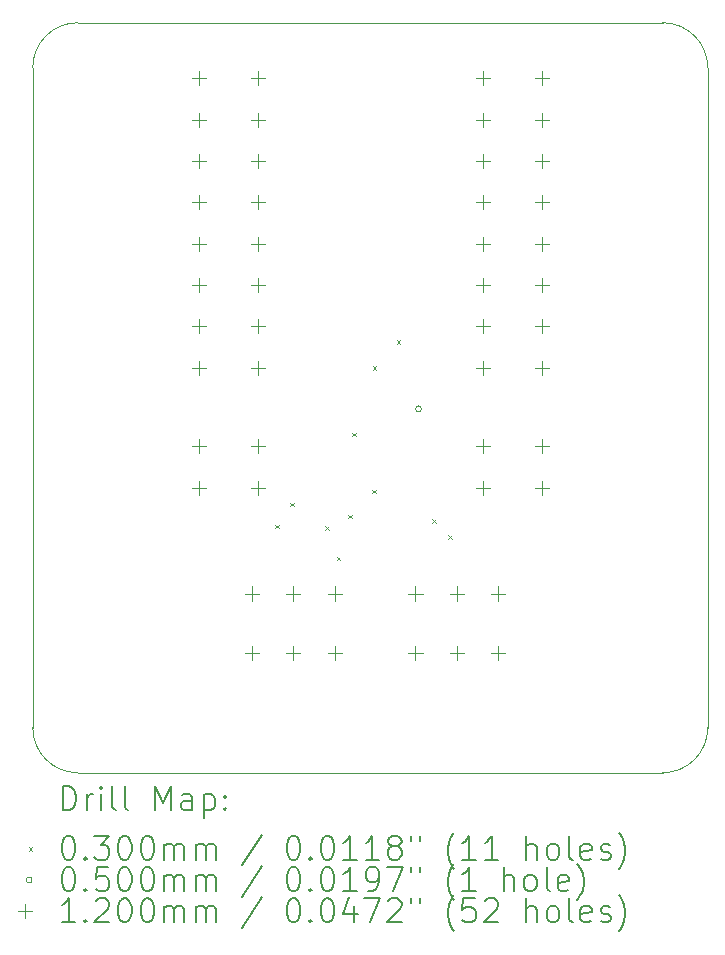
<source format=gbr>
%TF.GenerationSoftware,KiCad,Pcbnew,9.0.0*%
%TF.CreationDate,2025-02-28T23:21:41-08:00*%
%TF.ProjectId,Constellation STAR ITC V1.1,436f6e73-7465-46c6-9c61-74696f6e2053,rev?*%
%TF.SameCoordinates,Original*%
%TF.FileFunction,Drillmap*%
%TF.FilePolarity,Positive*%
%FSLAX45Y45*%
G04 Gerber Fmt 4.5, Leading zero omitted, Abs format (unit mm)*
G04 Created by KiCad (PCBNEW 9.0.0) date 2025-02-28 23:21:41*
%MOMM*%
%LPD*%
G01*
G04 APERTURE LIST*
%ADD10C,0.100000*%
%ADD11C,0.200000*%
%ADD12C,0.120000*%
G04 APERTURE END LIST*
D10*
X2540000Y-8509000D02*
X2540000Y-2921000D01*
X2921000Y-8890000D02*
G75*
G02*
X2540000Y-8509000I0J381000D01*
G01*
X8255000Y-8509000D02*
G75*
G02*
X7874000Y-8890000I-381000J0D01*
G01*
X2540000Y-2921000D02*
G75*
G02*
X2921000Y-2540000I381000J0D01*
G01*
X7874000Y-8890000D02*
X2921000Y-8890000D01*
X8255000Y-2921000D02*
X8255000Y-8509000D01*
X7874000Y-2540000D02*
G75*
G02*
X8255000Y-2921000I0J-381000D01*
G01*
X2921000Y-2540000D02*
X7874000Y-2540000D01*
D11*
D10*
X4593000Y-6792000D02*
X4623000Y-6822000D01*
X4623000Y-6792000D02*
X4593000Y-6822000D01*
X4718000Y-6603000D02*
X4748000Y-6633000D01*
X4748000Y-6603000D02*
X4718000Y-6633000D01*
X5014000Y-6805000D02*
X5044000Y-6835000D01*
X5044000Y-6805000D02*
X5014000Y-6835000D01*
X5115000Y-7063000D02*
X5145000Y-7093000D01*
X5145000Y-7063000D02*
X5115000Y-7093000D01*
X5212000Y-6705000D02*
X5242000Y-6735000D01*
X5242000Y-6705000D02*
X5212000Y-6735000D01*
X5246000Y-6013000D02*
X5276000Y-6043000D01*
X5276000Y-6013000D02*
X5246000Y-6043000D01*
X5413000Y-6494000D02*
X5443000Y-6524000D01*
X5443000Y-6494000D02*
X5413000Y-6524000D01*
X5419000Y-5447000D02*
X5449000Y-5477000D01*
X5449000Y-5447000D02*
X5419000Y-5477000D01*
X5621000Y-5228000D02*
X5651000Y-5258000D01*
X5651000Y-5228000D02*
X5621000Y-5258000D01*
X5920593Y-6745593D02*
X5950593Y-6775593D01*
X5950593Y-6745593D02*
X5920593Y-6775593D01*
X6057000Y-6881000D02*
X6087000Y-6911000D01*
X6087000Y-6881000D02*
X6057000Y-6911000D01*
X5831000Y-5809000D02*
G75*
G02*
X5781000Y-5809000I-25000J0D01*
G01*
X5781000Y-5809000D02*
G75*
G02*
X5831000Y-5809000I25000J0D01*
G01*
D12*
X3945000Y-2950999D02*
X3945000Y-3070999D01*
X3885000Y-3010999D02*
X4005000Y-3010999D01*
X3945000Y-3301000D02*
X3945000Y-3421000D01*
X3885000Y-3361000D02*
X4005000Y-3361000D01*
X3945000Y-3651000D02*
X3945000Y-3771000D01*
X3885000Y-3711000D02*
X4005000Y-3711000D01*
X3945000Y-4001000D02*
X3945000Y-4121000D01*
X3885000Y-4061000D02*
X4005000Y-4061000D01*
X3945000Y-4351000D02*
X3945000Y-4471000D01*
X3885000Y-4411000D02*
X4005000Y-4411000D01*
X3945000Y-4701000D02*
X3945000Y-4821000D01*
X3885000Y-4761000D02*
X4005000Y-4761000D01*
X3945000Y-5051000D02*
X3945000Y-5171000D01*
X3885000Y-5111000D02*
X4005000Y-5111000D01*
X3945000Y-5401000D02*
X3945000Y-5521000D01*
X3885000Y-5461000D02*
X4005000Y-5461000D01*
X3945000Y-6067000D02*
X3945000Y-6187000D01*
X3885000Y-6127000D02*
X4005000Y-6127000D01*
X3945000Y-6417000D02*
X3945000Y-6537000D01*
X3885000Y-6477000D02*
X4005000Y-6477000D01*
X4396000Y-7313000D02*
X4396000Y-7433000D01*
X4336000Y-7373000D02*
X4456000Y-7373000D01*
X4396000Y-7813000D02*
X4396000Y-7933000D01*
X4336000Y-7873000D02*
X4456000Y-7873000D01*
X4445000Y-2950999D02*
X4445000Y-3070999D01*
X4385000Y-3010999D02*
X4505000Y-3010999D01*
X4445000Y-3301000D02*
X4445000Y-3421000D01*
X4385000Y-3361000D02*
X4505000Y-3361000D01*
X4445000Y-3651000D02*
X4445000Y-3771000D01*
X4385000Y-3711000D02*
X4505000Y-3711000D01*
X4445000Y-4001000D02*
X4445000Y-4121000D01*
X4385000Y-4061000D02*
X4505000Y-4061000D01*
X4445000Y-4351000D02*
X4445000Y-4471000D01*
X4385000Y-4411000D02*
X4505000Y-4411000D01*
X4445000Y-4701000D02*
X4445000Y-4821000D01*
X4385000Y-4761000D02*
X4505000Y-4761000D01*
X4445000Y-5051000D02*
X4445000Y-5171000D01*
X4385000Y-5111000D02*
X4505000Y-5111000D01*
X4445000Y-5401000D02*
X4445000Y-5521000D01*
X4385000Y-5461000D02*
X4505000Y-5461000D01*
X4445000Y-6067000D02*
X4445000Y-6187000D01*
X4385000Y-6127000D02*
X4505000Y-6127000D01*
X4445000Y-6417000D02*
X4445000Y-6537000D01*
X4385000Y-6477000D02*
X4505000Y-6477000D01*
X4746000Y-7313000D02*
X4746000Y-7433000D01*
X4686000Y-7373000D02*
X4806000Y-7373000D01*
X4746000Y-7813000D02*
X4746000Y-7933000D01*
X4686000Y-7873000D02*
X4806000Y-7873000D01*
X5096000Y-7313000D02*
X5096000Y-7433000D01*
X5036000Y-7373000D02*
X5156000Y-7373000D01*
X5096000Y-7813000D02*
X5096000Y-7933000D01*
X5036000Y-7873000D02*
X5156000Y-7873000D01*
X5780000Y-7313000D02*
X5780000Y-7433000D01*
X5720000Y-7373000D02*
X5840000Y-7373000D01*
X5780000Y-7813000D02*
X5780000Y-7933000D01*
X5720000Y-7873000D02*
X5840000Y-7873000D01*
X6130000Y-7313000D02*
X6130000Y-7433000D01*
X6070000Y-7373000D02*
X6190000Y-7373000D01*
X6130000Y-7813000D02*
X6130000Y-7933000D01*
X6070000Y-7873000D02*
X6190000Y-7873000D01*
X6350000Y-2950999D02*
X6350000Y-3070999D01*
X6290000Y-3010999D02*
X6410000Y-3010999D01*
X6350000Y-3301000D02*
X6350000Y-3421000D01*
X6290000Y-3361000D02*
X6410000Y-3361000D01*
X6350000Y-3651000D02*
X6350000Y-3771000D01*
X6290000Y-3711000D02*
X6410000Y-3711000D01*
X6350000Y-4001000D02*
X6350000Y-4121000D01*
X6290000Y-4061000D02*
X6410000Y-4061000D01*
X6350000Y-4351000D02*
X6350000Y-4471000D01*
X6290000Y-4411000D02*
X6410000Y-4411000D01*
X6350000Y-4701000D02*
X6350000Y-4821000D01*
X6290000Y-4761000D02*
X6410000Y-4761000D01*
X6350000Y-5051000D02*
X6350000Y-5171000D01*
X6290000Y-5111000D02*
X6410000Y-5111000D01*
X6350000Y-5401000D02*
X6350000Y-5521000D01*
X6290000Y-5461000D02*
X6410000Y-5461000D01*
X6350000Y-6067000D02*
X6350000Y-6187000D01*
X6290000Y-6127000D02*
X6410000Y-6127000D01*
X6350000Y-6417000D02*
X6350000Y-6537000D01*
X6290000Y-6477000D02*
X6410000Y-6477000D01*
X6480000Y-7313000D02*
X6480000Y-7433000D01*
X6420000Y-7373000D02*
X6540000Y-7373000D01*
X6480000Y-7813000D02*
X6480000Y-7933000D01*
X6420000Y-7873000D02*
X6540000Y-7873000D01*
X6850000Y-2950999D02*
X6850000Y-3070999D01*
X6790000Y-3010999D02*
X6910000Y-3010999D01*
X6850000Y-3301000D02*
X6850000Y-3421000D01*
X6790000Y-3361000D02*
X6910000Y-3361000D01*
X6850000Y-3651000D02*
X6850000Y-3771000D01*
X6790000Y-3711000D02*
X6910000Y-3711000D01*
X6850000Y-4001000D02*
X6850000Y-4121000D01*
X6790000Y-4061000D02*
X6910000Y-4061000D01*
X6850000Y-4351000D02*
X6850000Y-4471000D01*
X6790000Y-4411000D02*
X6910000Y-4411000D01*
X6850000Y-4701000D02*
X6850000Y-4821000D01*
X6790000Y-4761000D02*
X6910000Y-4761000D01*
X6850000Y-5051000D02*
X6850000Y-5171000D01*
X6790000Y-5111000D02*
X6910000Y-5111000D01*
X6850000Y-5401000D02*
X6850000Y-5521000D01*
X6790000Y-5461000D02*
X6910000Y-5461000D01*
X6850000Y-6067000D02*
X6850000Y-6187000D01*
X6790000Y-6127000D02*
X6910000Y-6127000D01*
X6850000Y-6417000D02*
X6850000Y-6537000D01*
X6790000Y-6477000D02*
X6910000Y-6477000D01*
D11*
X2795777Y-9206484D02*
X2795777Y-9006484D01*
X2795777Y-9006484D02*
X2843396Y-9006484D01*
X2843396Y-9006484D02*
X2871967Y-9016008D01*
X2871967Y-9016008D02*
X2891015Y-9035055D01*
X2891015Y-9035055D02*
X2900539Y-9054103D01*
X2900539Y-9054103D02*
X2910062Y-9092198D01*
X2910062Y-9092198D02*
X2910062Y-9120770D01*
X2910062Y-9120770D02*
X2900539Y-9158865D01*
X2900539Y-9158865D02*
X2891015Y-9177912D01*
X2891015Y-9177912D02*
X2871967Y-9196960D01*
X2871967Y-9196960D02*
X2843396Y-9206484D01*
X2843396Y-9206484D02*
X2795777Y-9206484D01*
X2995777Y-9206484D02*
X2995777Y-9073150D01*
X2995777Y-9111246D02*
X3005301Y-9092198D01*
X3005301Y-9092198D02*
X3014824Y-9082674D01*
X3014824Y-9082674D02*
X3033872Y-9073150D01*
X3033872Y-9073150D02*
X3052920Y-9073150D01*
X3119586Y-9206484D02*
X3119586Y-9073150D01*
X3119586Y-9006484D02*
X3110062Y-9016008D01*
X3110062Y-9016008D02*
X3119586Y-9025531D01*
X3119586Y-9025531D02*
X3129110Y-9016008D01*
X3129110Y-9016008D02*
X3119586Y-9006484D01*
X3119586Y-9006484D02*
X3119586Y-9025531D01*
X3243396Y-9206484D02*
X3224348Y-9196960D01*
X3224348Y-9196960D02*
X3214824Y-9177912D01*
X3214824Y-9177912D02*
X3214824Y-9006484D01*
X3348158Y-9206484D02*
X3329110Y-9196960D01*
X3329110Y-9196960D02*
X3319586Y-9177912D01*
X3319586Y-9177912D02*
X3319586Y-9006484D01*
X3576729Y-9206484D02*
X3576729Y-9006484D01*
X3576729Y-9006484D02*
X3643396Y-9149341D01*
X3643396Y-9149341D02*
X3710062Y-9006484D01*
X3710062Y-9006484D02*
X3710062Y-9206484D01*
X3891015Y-9206484D02*
X3891015Y-9101722D01*
X3891015Y-9101722D02*
X3881491Y-9082674D01*
X3881491Y-9082674D02*
X3862443Y-9073150D01*
X3862443Y-9073150D02*
X3824348Y-9073150D01*
X3824348Y-9073150D02*
X3805301Y-9082674D01*
X3891015Y-9196960D02*
X3871967Y-9206484D01*
X3871967Y-9206484D02*
X3824348Y-9206484D01*
X3824348Y-9206484D02*
X3805301Y-9196960D01*
X3805301Y-9196960D02*
X3795777Y-9177912D01*
X3795777Y-9177912D02*
X3795777Y-9158865D01*
X3795777Y-9158865D02*
X3805301Y-9139817D01*
X3805301Y-9139817D02*
X3824348Y-9130293D01*
X3824348Y-9130293D02*
X3871967Y-9130293D01*
X3871967Y-9130293D02*
X3891015Y-9120770D01*
X3986253Y-9073150D02*
X3986253Y-9273150D01*
X3986253Y-9082674D02*
X4005301Y-9073150D01*
X4005301Y-9073150D02*
X4043396Y-9073150D01*
X4043396Y-9073150D02*
X4062443Y-9082674D01*
X4062443Y-9082674D02*
X4071967Y-9092198D01*
X4071967Y-9092198D02*
X4081491Y-9111246D01*
X4081491Y-9111246D02*
X4081491Y-9168389D01*
X4081491Y-9168389D02*
X4071967Y-9187436D01*
X4071967Y-9187436D02*
X4062443Y-9196960D01*
X4062443Y-9196960D02*
X4043396Y-9206484D01*
X4043396Y-9206484D02*
X4005301Y-9206484D01*
X4005301Y-9206484D02*
X3986253Y-9196960D01*
X4167205Y-9187436D02*
X4176729Y-9196960D01*
X4176729Y-9196960D02*
X4167205Y-9206484D01*
X4167205Y-9206484D02*
X4157682Y-9196960D01*
X4157682Y-9196960D02*
X4167205Y-9187436D01*
X4167205Y-9187436D02*
X4167205Y-9206484D01*
X4167205Y-9082674D02*
X4176729Y-9092198D01*
X4176729Y-9092198D02*
X4167205Y-9101722D01*
X4167205Y-9101722D02*
X4157682Y-9092198D01*
X4157682Y-9092198D02*
X4167205Y-9082674D01*
X4167205Y-9082674D02*
X4167205Y-9101722D01*
D10*
X2505000Y-9520000D02*
X2535000Y-9550000D01*
X2535000Y-9520000D02*
X2505000Y-9550000D01*
D11*
X2833872Y-9426484D02*
X2852920Y-9426484D01*
X2852920Y-9426484D02*
X2871967Y-9436008D01*
X2871967Y-9436008D02*
X2881491Y-9445531D01*
X2881491Y-9445531D02*
X2891015Y-9464579D01*
X2891015Y-9464579D02*
X2900539Y-9502674D01*
X2900539Y-9502674D02*
X2900539Y-9550293D01*
X2900539Y-9550293D02*
X2891015Y-9588389D01*
X2891015Y-9588389D02*
X2881491Y-9607436D01*
X2881491Y-9607436D02*
X2871967Y-9616960D01*
X2871967Y-9616960D02*
X2852920Y-9626484D01*
X2852920Y-9626484D02*
X2833872Y-9626484D01*
X2833872Y-9626484D02*
X2814824Y-9616960D01*
X2814824Y-9616960D02*
X2805301Y-9607436D01*
X2805301Y-9607436D02*
X2795777Y-9588389D01*
X2795777Y-9588389D02*
X2786253Y-9550293D01*
X2786253Y-9550293D02*
X2786253Y-9502674D01*
X2786253Y-9502674D02*
X2795777Y-9464579D01*
X2795777Y-9464579D02*
X2805301Y-9445531D01*
X2805301Y-9445531D02*
X2814824Y-9436008D01*
X2814824Y-9436008D02*
X2833872Y-9426484D01*
X2986253Y-9607436D02*
X2995777Y-9616960D01*
X2995777Y-9616960D02*
X2986253Y-9626484D01*
X2986253Y-9626484D02*
X2976729Y-9616960D01*
X2976729Y-9616960D02*
X2986253Y-9607436D01*
X2986253Y-9607436D02*
X2986253Y-9626484D01*
X3062443Y-9426484D02*
X3186253Y-9426484D01*
X3186253Y-9426484D02*
X3119586Y-9502674D01*
X3119586Y-9502674D02*
X3148158Y-9502674D01*
X3148158Y-9502674D02*
X3167205Y-9512198D01*
X3167205Y-9512198D02*
X3176729Y-9521722D01*
X3176729Y-9521722D02*
X3186253Y-9540770D01*
X3186253Y-9540770D02*
X3186253Y-9588389D01*
X3186253Y-9588389D02*
X3176729Y-9607436D01*
X3176729Y-9607436D02*
X3167205Y-9616960D01*
X3167205Y-9616960D02*
X3148158Y-9626484D01*
X3148158Y-9626484D02*
X3091015Y-9626484D01*
X3091015Y-9626484D02*
X3071967Y-9616960D01*
X3071967Y-9616960D02*
X3062443Y-9607436D01*
X3310062Y-9426484D02*
X3329110Y-9426484D01*
X3329110Y-9426484D02*
X3348158Y-9436008D01*
X3348158Y-9436008D02*
X3357682Y-9445531D01*
X3357682Y-9445531D02*
X3367205Y-9464579D01*
X3367205Y-9464579D02*
X3376729Y-9502674D01*
X3376729Y-9502674D02*
X3376729Y-9550293D01*
X3376729Y-9550293D02*
X3367205Y-9588389D01*
X3367205Y-9588389D02*
X3357682Y-9607436D01*
X3357682Y-9607436D02*
X3348158Y-9616960D01*
X3348158Y-9616960D02*
X3329110Y-9626484D01*
X3329110Y-9626484D02*
X3310062Y-9626484D01*
X3310062Y-9626484D02*
X3291015Y-9616960D01*
X3291015Y-9616960D02*
X3281491Y-9607436D01*
X3281491Y-9607436D02*
X3271967Y-9588389D01*
X3271967Y-9588389D02*
X3262443Y-9550293D01*
X3262443Y-9550293D02*
X3262443Y-9502674D01*
X3262443Y-9502674D02*
X3271967Y-9464579D01*
X3271967Y-9464579D02*
X3281491Y-9445531D01*
X3281491Y-9445531D02*
X3291015Y-9436008D01*
X3291015Y-9436008D02*
X3310062Y-9426484D01*
X3500539Y-9426484D02*
X3519586Y-9426484D01*
X3519586Y-9426484D02*
X3538634Y-9436008D01*
X3538634Y-9436008D02*
X3548158Y-9445531D01*
X3548158Y-9445531D02*
X3557682Y-9464579D01*
X3557682Y-9464579D02*
X3567205Y-9502674D01*
X3567205Y-9502674D02*
X3567205Y-9550293D01*
X3567205Y-9550293D02*
X3557682Y-9588389D01*
X3557682Y-9588389D02*
X3548158Y-9607436D01*
X3548158Y-9607436D02*
X3538634Y-9616960D01*
X3538634Y-9616960D02*
X3519586Y-9626484D01*
X3519586Y-9626484D02*
X3500539Y-9626484D01*
X3500539Y-9626484D02*
X3481491Y-9616960D01*
X3481491Y-9616960D02*
X3471967Y-9607436D01*
X3471967Y-9607436D02*
X3462443Y-9588389D01*
X3462443Y-9588389D02*
X3452920Y-9550293D01*
X3452920Y-9550293D02*
X3452920Y-9502674D01*
X3452920Y-9502674D02*
X3462443Y-9464579D01*
X3462443Y-9464579D02*
X3471967Y-9445531D01*
X3471967Y-9445531D02*
X3481491Y-9436008D01*
X3481491Y-9436008D02*
X3500539Y-9426484D01*
X3652920Y-9626484D02*
X3652920Y-9493150D01*
X3652920Y-9512198D02*
X3662443Y-9502674D01*
X3662443Y-9502674D02*
X3681491Y-9493150D01*
X3681491Y-9493150D02*
X3710063Y-9493150D01*
X3710063Y-9493150D02*
X3729110Y-9502674D01*
X3729110Y-9502674D02*
X3738634Y-9521722D01*
X3738634Y-9521722D02*
X3738634Y-9626484D01*
X3738634Y-9521722D02*
X3748158Y-9502674D01*
X3748158Y-9502674D02*
X3767205Y-9493150D01*
X3767205Y-9493150D02*
X3795777Y-9493150D01*
X3795777Y-9493150D02*
X3814824Y-9502674D01*
X3814824Y-9502674D02*
X3824348Y-9521722D01*
X3824348Y-9521722D02*
X3824348Y-9626484D01*
X3919586Y-9626484D02*
X3919586Y-9493150D01*
X3919586Y-9512198D02*
X3929110Y-9502674D01*
X3929110Y-9502674D02*
X3948158Y-9493150D01*
X3948158Y-9493150D02*
X3976729Y-9493150D01*
X3976729Y-9493150D02*
X3995777Y-9502674D01*
X3995777Y-9502674D02*
X4005301Y-9521722D01*
X4005301Y-9521722D02*
X4005301Y-9626484D01*
X4005301Y-9521722D02*
X4014824Y-9502674D01*
X4014824Y-9502674D02*
X4033872Y-9493150D01*
X4033872Y-9493150D02*
X4062443Y-9493150D01*
X4062443Y-9493150D02*
X4081491Y-9502674D01*
X4081491Y-9502674D02*
X4091015Y-9521722D01*
X4091015Y-9521722D02*
X4091015Y-9626484D01*
X4481491Y-9416960D02*
X4310063Y-9674103D01*
X4738634Y-9426484D02*
X4757682Y-9426484D01*
X4757682Y-9426484D02*
X4776729Y-9436008D01*
X4776729Y-9436008D02*
X4786253Y-9445531D01*
X4786253Y-9445531D02*
X4795777Y-9464579D01*
X4795777Y-9464579D02*
X4805301Y-9502674D01*
X4805301Y-9502674D02*
X4805301Y-9550293D01*
X4805301Y-9550293D02*
X4795777Y-9588389D01*
X4795777Y-9588389D02*
X4786253Y-9607436D01*
X4786253Y-9607436D02*
X4776729Y-9616960D01*
X4776729Y-9616960D02*
X4757682Y-9626484D01*
X4757682Y-9626484D02*
X4738634Y-9626484D01*
X4738634Y-9626484D02*
X4719587Y-9616960D01*
X4719587Y-9616960D02*
X4710063Y-9607436D01*
X4710063Y-9607436D02*
X4700539Y-9588389D01*
X4700539Y-9588389D02*
X4691015Y-9550293D01*
X4691015Y-9550293D02*
X4691015Y-9502674D01*
X4691015Y-9502674D02*
X4700539Y-9464579D01*
X4700539Y-9464579D02*
X4710063Y-9445531D01*
X4710063Y-9445531D02*
X4719587Y-9436008D01*
X4719587Y-9436008D02*
X4738634Y-9426484D01*
X4891015Y-9607436D02*
X4900539Y-9616960D01*
X4900539Y-9616960D02*
X4891015Y-9626484D01*
X4891015Y-9626484D02*
X4881491Y-9616960D01*
X4881491Y-9616960D02*
X4891015Y-9607436D01*
X4891015Y-9607436D02*
X4891015Y-9626484D01*
X5024348Y-9426484D02*
X5043396Y-9426484D01*
X5043396Y-9426484D02*
X5062444Y-9436008D01*
X5062444Y-9436008D02*
X5071968Y-9445531D01*
X5071968Y-9445531D02*
X5081491Y-9464579D01*
X5081491Y-9464579D02*
X5091015Y-9502674D01*
X5091015Y-9502674D02*
X5091015Y-9550293D01*
X5091015Y-9550293D02*
X5081491Y-9588389D01*
X5081491Y-9588389D02*
X5071968Y-9607436D01*
X5071968Y-9607436D02*
X5062444Y-9616960D01*
X5062444Y-9616960D02*
X5043396Y-9626484D01*
X5043396Y-9626484D02*
X5024348Y-9626484D01*
X5024348Y-9626484D02*
X5005301Y-9616960D01*
X5005301Y-9616960D02*
X4995777Y-9607436D01*
X4995777Y-9607436D02*
X4986253Y-9588389D01*
X4986253Y-9588389D02*
X4976729Y-9550293D01*
X4976729Y-9550293D02*
X4976729Y-9502674D01*
X4976729Y-9502674D02*
X4986253Y-9464579D01*
X4986253Y-9464579D02*
X4995777Y-9445531D01*
X4995777Y-9445531D02*
X5005301Y-9436008D01*
X5005301Y-9436008D02*
X5024348Y-9426484D01*
X5281491Y-9626484D02*
X5167206Y-9626484D01*
X5224348Y-9626484D02*
X5224348Y-9426484D01*
X5224348Y-9426484D02*
X5205301Y-9455055D01*
X5205301Y-9455055D02*
X5186253Y-9474103D01*
X5186253Y-9474103D02*
X5167206Y-9483627D01*
X5471968Y-9626484D02*
X5357682Y-9626484D01*
X5414825Y-9626484D02*
X5414825Y-9426484D01*
X5414825Y-9426484D02*
X5395777Y-9455055D01*
X5395777Y-9455055D02*
X5376729Y-9474103D01*
X5376729Y-9474103D02*
X5357682Y-9483627D01*
X5586253Y-9512198D02*
X5567206Y-9502674D01*
X5567206Y-9502674D02*
X5557682Y-9493150D01*
X5557682Y-9493150D02*
X5548158Y-9474103D01*
X5548158Y-9474103D02*
X5548158Y-9464579D01*
X5548158Y-9464579D02*
X5557682Y-9445531D01*
X5557682Y-9445531D02*
X5567206Y-9436008D01*
X5567206Y-9436008D02*
X5586253Y-9426484D01*
X5586253Y-9426484D02*
X5624348Y-9426484D01*
X5624348Y-9426484D02*
X5643396Y-9436008D01*
X5643396Y-9436008D02*
X5652920Y-9445531D01*
X5652920Y-9445531D02*
X5662444Y-9464579D01*
X5662444Y-9464579D02*
X5662444Y-9474103D01*
X5662444Y-9474103D02*
X5652920Y-9493150D01*
X5652920Y-9493150D02*
X5643396Y-9502674D01*
X5643396Y-9502674D02*
X5624348Y-9512198D01*
X5624348Y-9512198D02*
X5586253Y-9512198D01*
X5586253Y-9512198D02*
X5567206Y-9521722D01*
X5567206Y-9521722D02*
X5557682Y-9531246D01*
X5557682Y-9531246D02*
X5548158Y-9550293D01*
X5548158Y-9550293D02*
X5548158Y-9588389D01*
X5548158Y-9588389D02*
X5557682Y-9607436D01*
X5557682Y-9607436D02*
X5567206Y-9616960D01*
X5567206Y-9616960D02*
X5586253Y-9626484D01*
X5586253Y-9626484D02*
X5624348Y-9626484D01*
X5624348Y-9626484D02*
X5643396Y-9616960D01*
X5643396Y-9616960D02*
X5652920Y-9607436D01*
X5652920Y-9607436D02*
X5662444Y-9588389D01*
X5662444Y-9588389D02*
X5662444Y-9550293D01*
X5662444Y-9550293D02*
X5652920Y-9531246D01*
X5652920Y-9531246D02*
X5643396Y-9521722D01*
X5643396Y-9521722D02*
X5624348Y-9512198D01*
X5738634Y-9426484D02*
X5738634Y-9464579D01*
X5814825Y-9426484D02*
X5814825Y-9464579D01*
X6110063Y-9702674D02*
X6100539Y-9693150D01*
X6100539Y-9693150D02*
X6081491Y-9664579D01*
X6081491Y-9664579D02*
X6071968Y-9645531D01*
X6071968Y-9645531D02*
X6062444Y-9616960D01*
X6062444Y-9616960D02*
X6052920Y-9569341D01*
X6052920Y-9569341D02*
X6052920Y-9531246D01*
X6052920Y-9531246D02*
X6062444Y-9483627D01*
X6062444Y-9483627D02*
X6071968Y-9455055D01*
X6071968Y-9455055D02*
X6081491Y-9436008D01*
X6081491Y-9436008D02*
X6100539Y-9407436D01*
X6100539Y-9407436D02*
X6110063Y-9397912D01*
X6291015Y-9626484D02*
X6176729Y-9626484D01*
X6233872Y-9626484D02*
X6233872Y-9426484D01*
X6233872Y-9426484D02*
X6214825Y-9455055D01*
X6214825Y-9455055D02*
X6195777Y-9474103D01*
X6195777Y-9474103D02*
X6176729Y-9483627D01*
X6481491Y-9626484D02*
X6367206Y-9626484D01*
X6424348Y-9626484D02*
X6424348Y-9426484D01*
X6424348Y-9426484D02*
X6405301Y-9455055D01*
X6405301Y-9455055D02*
X6386253Y-9474103D01*
X6386253Y-9474103D02*
X6367206Y-9483627D01*
X6719587Y-9626484D02*
X6719587Y-9426484D01*
X6805301Y-9626484D02*
X6805301Y-9521722D01*
X6805301Y-9521722D02*
X6795777Y-9502674D01*
X6795777Y-9502674D02*
X6776730Y-9493150D01*
X6776730Y-9493150D02*
X6748158Y-9493150D01*
X6748158Y-9493150D02*
X6729110Y-9502674D01*
X6729110Y-9502674D02*
X6719587Y-9512198D01*
X6929110Y-9626484D02*
X6910063Y-9616960D01*
X6910063Y-9616960D02*
X6900539Y-9607436D01*
X6900539Y-9607436D02*
X6891015Y-9588389D01*
X6891015Y-9588389D02*
X6891015Y-9531246D01*
X6891015Y-9531246D02*
X6900539Y-9512198D01*
X6900539Y-9512198D02*
X6910063Y-9502674D01*
X6910063Y-9502674D02*
X6929110Y-9493150D01*
X6929110Y-9493150D02*
X6957682Y-9493150D01*
X6957682Y-9493150D02*
X6976730Y-9502674D01*
X6976730Y-9502674D02*
X6986253Y-9512198D01*
X6986253Y-9512198D02*
X6995777Y-9531246D01*
X6995777Y-9531246D02*
X6995777Y-9588389D01*
X6995777Y-9588389D02*
X6986253Y-9607436D01*
X6986253Y-9607436D02*
X6976730Y-9616960D01*
X6976730Y-9616960D02*
X6957682Y-9626484D01*
X6957682Y-9626484D02*
X6929110Y-9626484D01*
X7110063Y-9626484D02*
X7091015Y-9616960D01*
X7091015Y-9616960D02*
X7081491Y-9597912D01*
X7081491Y-9597912D02*
X7081491Y-9426484D01*
X7262444Y-9616960D02*
X7243396Y-9626484D01*
X7243396Y-9626484D02*
X7205301Y-9626484D01*
X7205301Y-9626484D02*
X7186253Y-9616960D01*
X7186253Y-9616960D02*
X7176730Y-9597912D01*
X7176730Y-9597912D02*
X7176730Y-9521722D01*
X7176730Y-9521722D02*
X7186253Y-9502674D01*
X7186253Y-9502674D02*
X7205301Y-9493150D01*
X7205301Y-9493150D02*
X7243396Y-9493150D01*
X7243396Y-9493150D02*
X7262444Y-9502674D01*
X7262444Y-9502674D02*
X7271968Y-9521722D01*
X7271968Y-9521722D02*
X7271968Y-9540770D01*
X7271968Y-9540770D02*
X7176730Y-9559817D01*
X7348158Y-9616960D02*
X7367206Y-9626484D01*
X7367206Y-9626484D02*
X7405301Y-9626484D01*
X7405301Y-9626484D02*
X7424349Y-9616960D01*
X7424349Y-9616960D02*
X7433872Y-9597912D01*
X7433872Y-9597912D02*
X7433872Y-9588389D01*
X7433872Y-9588389D02*
X7424349Y-9569341D01*
X7424349Y-9569341D02*
X7405301Y-9559817D01*
X7405301Y-9559817D02*
X7376730Y-9559817D01*
X7376730Y-9559817D02*
X7357682Y-9550293D01*
X7357682Y-9550293D02*
X7348158Y-9531246D01*
X7348158Y-9531246D02*
X7348158Y-9521722D01*
X7348158Y-9521722D02*
X7357682Y-9502674D01*
X7357682Y-9502674D02*
X7376730Y-9493150D01*
X7376730Y-9493150D02*
X7405301Y-9493150D01*
X7405301Y-9493150D02*
X7424349Y-9502674D01*
X7500539Y-9702674D02*
X7510063Y-9693150D01*
X7510063Y-9693150D02*
X7529111Y-9664579D01*
X7529111Y-9664579D02*
X7538634Y-9645531D01*
X7538634Y-9645531D02*
X7548158Y-9616960D01*
X7548158Y-9616960D02*
X7557682Y-9569341D01*
X7557682Y-9569341D02*
X7557682Y-9531246D01*
X7557682Y-9531246D02*
X7548158Y-9483627D01*
X7548158Y-9483627D02*
X7538634Y-9455055D01*
X7538634Y-9455055D02*
X7529111Y-9436008D01*
X7529111Y-9436008D02*
X7510063Y-9407436D01*
X7510063Y-9407436D02*
X7500539Y-9397912D01*
D10*
X2535000Y-9799000D02*
G75*
G02*
X2485000Y-9799000I-25000J0D01*
G01*
X2485000Y-9799000D02*
G75*
G02*
X2535000Y-9799000I25000J0D01*
G01*
D11*
X2833872Y-9690484D02*
X2852920Y-9690484D01*
X2852920Y-9690484D02*
X2871967Y-9700008D01*
X2871967Y-9700008D02*
X2881491Y-9709531D01*
X2881491Y-9709531D02*
X2891015Y-9728579D01*
X2891015Y-9728579D02*
X2900539Y-9766674D01*
X2900539Y-9766674D02*
X2900539Y-9814293D01*
X2900539Y-9814293D02*
X2891015Y-9852389D01*
X2891015Y-9852389D02*
X2881491Y-9871436D01*
X2881491Y-9871436D02*
X2871967Y-9880960D01*
X2871967Y-9880960D02*
X2852920Y-9890484D01*
X2852920Y-9890484D02*
X2833872Y-9890484D01*
X2833872Y-9890484D02*
X2814824Y-9880960D01*
X2814824Y-9880960D02*
X2805301Y-9871436D01*
X2805301Y-9871436D02*
X2795777Y-9852389D01*
X2795777Y-9852389D02*
X2786253Y-9814293D01*
X2786253Y-9814293D02*
X2786253Y-9766674D01*
X2786253Y-9766674D02*
X2795777Y-9728579D01*
X2795777Y-9728579D02*
X2805301Y-9709531D01*
X2805301Y-9709531D02*
X2814824Y-9700008D01*
X2814824Y-9700008D02*
X2833872Y-9690484D01*
X2986253Y-9871436D02*
X2995777Y-9880960D01*
X2995777Y-9880960D02*
X2986253Y-9890484D01*
X2986253Y-9890484D02*
X2976729Y-9880960D01*
X2976729Y-9880960D02*
X2986253Y-9871436D01*
X2986253Y-9871436D02*
X2986253Y-9890484D01*
X3176729Y-9690484D02*
X3081491Y-9690484D01*
X3081491Y-9690484D02*
X3071967Y-9785722D01*
X3071967Y-9785722D02*
X3081491Y-9776198D01*
X3081491Y-9776198D02*
X3100539Y-9766674D01*
X3100539Y-9766674D02*
X3148158Y-9766674D01*
X3148158Y-9766674D02*
X3167205Y-9776198D01*
X3167205Y-9776198D02*
X3176729Y-9785722D01*
X3176729Y-9785722D02*
X3186253Y-9804770D01*
X3186253Y-9804770D02*
X3186253Y-9852389D01*
X3186253Y-9852389D02*
X3176729Y-9871436D01*
X3176729Y-9871436D02*
X3167205Y-9880960D01*
X3167205Y-9880960D02*
X3148158Y-9890484D01*
X3148158Y-9890484D02*
X3100539Y-9890484D01*
X3100539Y-9890484D02*
X3081491Y-9880960D01*
X3081491Y-9880960D02*
X3071967Y-9871436D01*
X3310062Y-9690484D02*
X3329110Y-9690484D01*
X3329110Y-9690484D02*
X3348158Y-9700008D01*
X3348158Y-9700008D02*
X3357682Y-9709531D01*
X3357682Y-9709531D02*
X3367205Y-9728579D01*
X3367205Y-9728579D02*
X3376729Y-9766674D01*
X3376729Y-9766674D02*
X3376729Y-9814293D01*
X3376729Y-9814293D02*
X3367205Y-9852389D01*
X3367205Y-9852389D02*
X3357682Y-9871436D01*
X3357682Y-9871436D02*
X3348158Y-9880960D01*
X3348158Y-9880960D02*
X3329110Y-9890484D01*
X3329110Y-9890484D02*
X3310062Y-9890484D01*
X3310062Y-9890484D02*
X3291015Y-9880960D01*
X3291015Y-9880960D02*
X3281491Y-9871436D01*
X3281491Y-9871436D02*
X3271967Y-9852389D01*
X3271967Y-9852389D02*
X3262443Y-9814293D01*
X3262443Y-9814293D02*
X3262443Y-9766674D01*
X3262443Y-9766674D02*
X3271967Y-9728579D01*
X3271967Y-9728579D02*
X3281491Y-9709531D01*
X3281491Y-9709531D02*
X3291015Y-9700008D01*
X3291015Y-9700008D02*
X3310062Y-9690484D01*
X3500539Y-9690484D02*
X3519586Y-9690484D01*
X3519586Y-9690484D02*
X3538634Y-9700008D01*
X3538634Y-9700008D02*
X3548158Y-9709531D01*
X3548158Y-9709531D02*
X3557682Y-9728579D01*
X3557682Y-9728579D02*
X3567205Y-9766674D01*
X3567205Y-9766674D02*
X3567205Y-9814293D01*
X3567205Y-9814293D02*
X3557682Y-9852389D01*
X3557682Y-9852389D02*
X3548158Y-9871436D01*
X3548158Y-9871436D02*
X3538634Y-9880960D01*
X3538634Y-9880960D02*
X3519586Y-9890484D01*
X3519586Y-9890484D02*
X3500539Y-9890484D01*
X3500539Y-9890484D02*
X3481491Y-9880960D01*
X3481491Y-9880960D02*
X3471967Y-9871436D01*
X3471967Y-9871436D02*
X3462443Y-9852389D01*
X3462443Y-9852389D02*
X3452920Y-9814293D01*
X3452920Y-9814293D02*
X3452920Y-9766674D01*
X3452920Y-9766674D02*
X3462443Y-9728579D01*
X3462443Y-9728579D02*
X3471967Y-9709531D01*
X3471967Y-9709531D02*
X3481491Y-9700008D01*
X3481491Y-9700008D02*
X3500539Y-9690484D01*
X3652920Y-9890484D02*
X3652920Y-9757150D01*
X3652920Y-9776198D02*
X3662443Y-9766674D01*
X3662443Y-9766674D02*
X3681491Y-9757150D01*
X3681491Y-9757150D02*
X3710063Y-9757150D01*
X3710063Y-9757150D02*
X3729110Y-9766674D01*
X3729110Y-9766674D02*
X3738634Y-9785722D01*
X3738634Y-9785722D02*
X3738634Y-9890484D01*
X3738634Y-9785722D02*
X3748158Y-9766674D01*
X3748158Y-9766674D02*
X3767205Y-9757150D01*
X3767205Y-9757150D02*
X3795777Y-9757150D01*
X3795777Y-9757150D02*
X3814824Y-9766674D01*
X3814824Y-9766674D02*
X3824348Y-9785722D01*
X3824348Y-9785722D02*
X3824348Y-9890484D01*
X3919586Y-9890484D02*
X3919586Y-9757150D01*
X3919586Y-9776198D02*
X3929110Y-9766674D01*
X3929110Y-9766674D02*
X3948158Y-9757150D01*
X3948158Y-9757150D02*
X3976729Y-9757150D01*
X3976729Y-9757150D02*
X3995777Y-9766674D01*
X3995777Y-9766674D02*
X4005301Y-9785722D01*
X4005301Y-9785722D02*
X4005301Y-9890484D01*
X4005301Y-9785722D02*
X4014824Y-9766674D01*
X4014824Y-9766674D02*
X4033872Y-9757150D01*
X4033872Y-9757150D02*
X4062443Y-9757150D01*
X4062443Y-9757150D02*
X4081491Y-9766674D01*
X4081491Y-9766674D02*
X4091015Y-9785722D01*
X4091015Y-9785722D02*
X4091015Y-9890484D01*
X4481491Y-9680960D02*
X4310063Y-9938103D01*
X4738634Y-9690484D02*
X4757682Y-9690484D01*
X4757682Y-9690484D02*
X4776729Y-9700008D01*
X4776729Y-9700008D02*
X4786253Y-9709531D01*
X4786253Y-9709531D02*
X4795777Y-9728579D01*
X4795777Y-9728579D02*
X4805301Y-9766674D01*
X4805301Y-9766674D02*
X4805301Y-9814293D01*
X4805301Y-9814293D02*
X4795777Y-9852389D01*
X4795777Y-9852389D02*
X4786253Y-9871436D01*
X4786253Y-9871436D02*
X4776729Y-9880960D01*
X4776729Y-9880960D02*
X4757682Y-9890484D01*
X4757682Y-9890484D02*
X4738634Y-9890484D01*
X4738634Y-9890484D02*
X4719587Y-9880960D01*
X4719587Y-9880960D02*
X4710063Y-9871436D01*
X4710063Y-9871436D02*
X4700539Y-9852389D01*
X4700539Y-9852389D02*
X4691015Y-9814293D01*
X4691015Y-9814293D02*
X4691015Y-9766674D01*
X4691015Y-9766674D02*
X4700539Y-9728579D01*
X4700539Y-9728579D02*
X4710063Y-9709531D01*
X4710063Y-9709531D02*
X4719587Y-9700008D01*
X4719587Y-9700008D02*
X4738634Y-9690484D01*
X4891015Y-9871436D02*
X4900539Y-9880960D01*
X4900539Y-9880960D02*
X4891015Y-9890484D01*
X4891015Y-9890484D02*
X4881491Y-9880960D01*
X4881491Y-9880960D02*
X4891015Y-9871436D01*
X4891015Y-9871436D02*
X4891015Y-9890484D01*
X5024348Y-9690484D02*
X5043396Y-9690484D01*
X5043396Y-9690484D02*
X5062444Y-9700008D01*
X5062444Y-9700008D02*
X5071968Y-9709531D01*
X5071968Y-9709531D02*
X5081491Y-9728579D01*
X5081491Y-9728579D02*
X5091015Y-9766674D01*
X5091015Y-9766674D02*
X5091015Y-9814293D01*
X5091015Y-9814293D02*
X5081491Y-9852389D01*
X5081491Y-9852389D02*
X5071968Y-9871436D01*
X5071968Y-9871436D02*
X5062444Y-9880960D01*
X5062444Y-9880960D02*
X5043396Y-9890484D01*
X5043396Y-9890484D02*
X5024348Y-9890484D01*
X5024348Y-9890484D02*
X5005301Y-9880960D01*
X5005301Y-9880960D02*
X4995777Y-9871436D01*
X4995777Y-9871436D02*
X4986253Y-9852389D01*
X4986253Y-9852389D02*
X4976729Y-9814293D01*
X4976729Y-9814293D02*
X4976729Y-9766674D01*
X4976729Y-9766674D02*
X4986253Y-9728579D01*
X4986253Y-9728579D02*
X4995777Y-9709531D01*
X4995777Y-9709531D02*
X5005301Y-9700008D01*
X5005301Y-9700008D02*
X5024348Y-9690484D01*
X5281491Y-9890484D02*
X5167206Y-9890484D01*
X5224348Y-9890484D02*
X5224348Y-9690484D01*
X5224348Y-9690484D02*
X5205301Y-9719055D01*
X5205301Y-9719055D02*
X5186253Y-9738103D01*
X5186253Y-9738103D02*
X5167206Y-9747627D01*
X5376729Y-9890484D02*
X5414825Y-9890484D01*
X5414825Y-9890484D02*
X5433872Y-9880960D01*
X5433872Y-9880960D02*
X5443396Y-9871436D01*
X5443396Y-9871436D02*
X5462444Y-9842865D01*
X5462444Y-9842865D02*
X5471968Y-9804770D01*
X5471968Y-9804770D02*
X5471968Y-9728579D01*
X5471968Y-9728579D02*
X5462444Y-9709531D01*
X5462444Y-9709531D02*
X5452920Y-9700008D01*
X5452920Y-9700008D02*
X5433872Y-9690484D01*
X5433872Y-9690484D02*
X5395777Y-9690484D01*
X5395777Y-9690484D02*
X5376729Y-9700008D01*
X5376729Y-9700008D02*
X5367206Y-9709531D01*
X5367206Y-9709531D02*
X5357682Y-9728579D01*
X5357682Y-9728579D02*
X5357682Y-9776198D01*
X5357682Y-9776198D02*
X5367206Y-9795246D01*
X5367206Y-9795246D02*
X5376729Y-9804770D01*
X5376729Y-9804770D02*
X5395777Y-9814293D01*
X5395777Y-9814293D02*
X5433872Y-9814293D01*
X5433872Y-9814293D02*
X5452920Y-9804770D01*
X5452920Y-9804770D02*
X5462444Y-9795246D01*
X5462444Y-9795246D02*
X5471968Y-9776198D01*
X5538634Y-9690484D02*
X5671967Y-9690484D01*
X5671967Y-9690484D02*
X5586253Y-9890484D01*
X5738634Y-9690484D02*
X5738634Y-9728579D01*
X5814825Y-9690484D02*
X5814825Y-9728579D01*
X6110063Y-9966674D02*
X6100539Y-9957150D01*
X6100539Y-9957150D02*
X6081491Y-9928579D01*
X6081491Y-9928579D02*
X6071968Y-9909531D01*
X6071968Y-9909531D02*
X6062444Y-9880960D01*
X6062444Y-9880960D02*
X6052920Y-9833341D01*
X6052920Y-9833341D02*
X6052920Y-9795246D01*
X6052920Y-9795246D02*
X6062444Y-9747627D01*
X6062444Y-9747627D02*
X6071968Y-9719055D01*
X6071968Y-9719055D02*
X6081491Y-9700008D01*
X6081491Y-9700008D02*
X6100539Y-9671436D01*
X6100539Y-9671436D02*
X6110063Y-9661912D01*
X6291015Y-9890484D02*
X6176729Y-9890484D01*
X6233872Y-9890484D02*
X6233872Y-9690484D01*
X6233872Y-9690484D02*
X6214825Y-9719055D01*
X6214825Y-9719055D02*
X6195777Y-9738103D01*
X6195777Y-9738103D02*
X6176729Y-9747627D01*
X6529110Y-9890484D02*
X6529110Y-9690484D01*
X6614825Y-9890484D02*
X6614825Y-9785722D01*
X6614825Y-9785722D02*
X6605301Y-9766674D01*
X6605301Y-9766674D02*
X6586253Y-9757150D01*
X6586253Y-9757150D02*
X6557682Y-9757150D01*
X6557682Y-9757150D02*
X6538634Y-9766674D01*
X6538634Y-9766674D02*
X6529110Y-9776198D01*
X6738634Y-9890484D02*
X6719587Y-9880960D01*
X6719587Y-9880960D02*
X6710063Y-9871436D01*
X6710063Y-9871436D02*
X6700539Y-9852389D01*
X6700539Y-9852389D02*
X6700539Y-9795246D01*
X6700539Y-9795246D02*
X6710063Y-9776198D01*
X6710063Y-9776198D02*
X6719587Y-9766674D01*
X6719587Y-9766674D02*
X6738634Y-9757150D01*
X6738634Y-9757150D02*
X6767206Y-9757150D01*
X6767206Y-9757150D02*
X6786253Y-9766674D01*
X6786253Y-9766674D02*
X6795777Y-9776198D01*
X6795777Y-9776198D02*
X6805301Y-9795246D01*
X6805301Y-9795246D02*
X6805301Y-9852389D01*
X6805301Y-9852389D02*
X6795777Y-9871436D01*
X6795777Y-9871436D02*
X6786253Y-9880960D01*
X6786253Y-9880960D02*
X6767206Y-9890484D01*
X6767206Y-9890484D02*
X6738634Y-9890484D01*
X6919587Y-9890484D02*
X6900539Y-9880960D01*
X6900539Y-9880960D02*
X6891015Y-9861912D01*
X6891015Y-9861912D02*
X6891015Y-9690484D01*
X7071968Y-9880960D02*
X7052920Y-9890484D01*
X7052920Y-9890484D02*
X7014825Y-9890484D01*
X7014825Y-9890484D02*
X6995777Y-9880960D01*
X6995777Y-9880960D02*
X6986253Y-9861912D01*
X6986253Y-9861912D02*
X6986253Y-9785722D01*
X6986253Y-9785722D02*
X6995777Y-9766674D01*
X6995777Y-9766674D02*
X7014825Y-9757150D01*
X7014825Y-9757150D02*
X7052920Y-9757150D01*
X7052920Y-9757150D02*
X7071968Y-9766674D01*
X7071968Y-9766674D02*
X7081491Y-9785722D01*
X7081491Y-9785722D02*
X7081491Y-9804770D01*
X7081491Y-9804770D02*
X6986253Y-9823817D01*
X7148158Y-9966674D02*
X7157682Y-9957150D01*
X7157682Y-9957150D02*
X7176730Y-9928579D01*
X7176730Y-9928579D02*
X7186253Y-9909531D01*
X7186253Y-9909531D02*
X7195777Y-9880960D01*
X7195777Y-9880960D02*
X7205301Y-9833341D01*
X7205301Y-9833341D02*
X7205301Y-9795246D01*
X7205301Y-9795246D02*
X7195777Y-9747627D01*
X7195777Y-9747627D02*
X7186253Y-9719055D01*
X7186253Y-9719055D02*
X7176730Y-9700008D01*
X7176730Y-9700008D02*
X7157682Y-9671436D01*
X7157682Y-9671436D02*
X7148158Y-9661912D01*
D12*
X2475000Y-10003000D02*
X2475000Y-10123000D01*
X2415000Y-10063000D02*
X2535000Y-10063000D01*
D11*
X2900539Y-10154484D02*
X2786253Y-10154484D01*
X2843396Y-10154484D02*
X2843396Y-9954484D01*
X2843396Y-9954484D02*
X2824348Y-9983055D01*
X2824348Y-9983055D02*
X2805301Y-10002103D01*
X2805301Y-10002103D02*
X2786253Y-10011627D01*
X2986253Y-10135436D02*
X2995777Y-10144960D01*
X2995777Y-10144960D02*
X2986253Y-10154484D01*
X2986253Y-10154484D02*
X2976729Y-10144960D01*
X2976729Y-10144960D02*
X2986253Y-10135436D01*
X2986253Y-10135436D02*
X2986253Y-10154484D01*
X3071967Y-9973531D02*
X3081491Y-9964008D01*
X3081491Y-9964008D02*
X3100539Y-9954484D01*
X3100539Y-9954484D02*
X3148158Y-9954484D01*
X3148158Y-9954484D02*
X3167205Y-9964008D01*
X3167205Y-9964008D02*
X3176729Y-9973531D01*
X3176729Y-9973531D02*
X3186253Y-9992579D01*
X3186253Y-9992579D02*
X3186253Y-10011627D01*
X3186253Y-10011627D02*
X3176729Y-10040198D01*
X3176729Y-10040198D02*
X3062443Y-10154484D01*
X3062443Y-10154484D02*
X3186253Y-10154484D01*
X3310062Y-9954484D02*
X3329110Y-9954484D01*
X3329110Y-9954484D02*
X3348158Y-9964008D01*
X3348158Y-9964008D02*
X3357682Y-9973531D01*
X3357682Y-9973531D02*
X3367205Y-9992579D01*
X3367205Y-9992579D02*
X3376729Y-10030674D01*
X3376729Y-10030674D02*
X3376729Y-10078293D01*
X3376729Y-10078293D02*
X3367205Y-10116389D01*
X3367205Y-10116389D02*
X3357682Y-10135436D01*
X3357682Y-10135436D02*
X3348158Y-10144960D01*
X3348158Y-10144960D02*
X3329110Y-10154484D01*
X3329110Y-10154484D02*
X3310062Y-10154484D01*
X3310062Y-10154484D02*
X3291015Y-10144960D01*
X3291015Y-10144960D02*
X3281491Y-10135436D01*
X3281491Y-10135436D02*
X3271967Y-10116389D01*
X3271967Y-10116389D02*
X3262443Y-10078293D01*
X3262443Y-10078293D02*
X3262443Y-10030674D01*
X3262443Y-10030674D02*
X3271967Y-9992579D01*
X3271967Y-9992579D02*
X3281491Y-9973531D01*
X3281491Y-9973531D02*
X3291015Y-9964008D01*
X3291015Y-9964008D02*
X3310062Y-9954484D01*
X3500539Y-9954484D02*
X3519586Y-9954484D01*
X3519586Y-9954484D02*
X3538634Y-9964008D01*
X3538634Y-9964008D02*
X3548158Y-9973531D01*
X3548158Y-9973531D02*
X3557682Y-9992579D01*
X3557682Y-9992579D02*
X3567205Y-10030674D01*
X3567205Y-10030674D02*
X3567205Y-10078293D01*
X3567205Y-10078293D02*
X3557682Y-10116389D01*
X3557682Y-10116389D02*
X3548158Y-10135436D01*
X3548158Y-10135436D02*
X3538634Y-10144960D01*
X3538634Y-10144960D02*
X3519586Y-10154484D01*
X3519586Y-10154484D02*
X3500539Y-10154484D01*
X3500539Y-10154484D02*
X3481491Y-10144960D01*
X3481491Y-10144960D02*
X3471967Y-10135436D01*
X3471967Y-10135436D02*
X3462443Y-10116389D01*
X3462443Y-10116389D02*
X3452920Y-10078293D01*
X3452920Y-10078293D02*
X3452920Y-10030674D01*
X3452920Y-10030674D02*
X3462443Y-9992579D01*
X3462443Y-9992579D02*
X3471967Y-9973531D01*
X3471967Y-9973531D02*
X3481491Y-9964008D01*
X3481491Y-9964008D02*
X3500539Y-9954484D01*
X3652920Y-10154484D02*
X3652920Y-10021150D01*
X3652920Y-10040198D02*
X3662443Y-10030674D01*
X3662443Y-10030674D02*
X3681491Y-10021150D01*
X3681491Y-10021150D02*
X3710063Y-10021150D01*
X3710063Y-10021150D02*
X3729110Y-10030674D01*
X3729110Y-10030674D02*
X3738634Y-10049722D01*
X3738634Y-10049722D02*
X3738634Y-10154484D01*
X3738634Y-10049722D02*
X3748158Y-10030674D01*
X3748158Y-10030674D02*
X3767205Y-10021150D01*
X3767205Y-10021150D02*
X3795777Y-10021150D01*
X3795777Y-10021150D02*
X3814824Y-10030674D01*
X3814824Y-10030674D02*
X3824348Y-10049722D01*
X3824348Y-10049722D02*
X3824348Y-10154484D01*
X3919586Y-10154484D02*
X3919586Y-10021150D01*
X3919586Y-10040198D02*
X3929110Y-10030674D01*
X3929110Y-10030674D02*
X3948158Y-10021150D01*
X3948158Y-10021150D02*
X3976729Y-10021150D01*
X3976729Y-10021150D02*
X3995777Y-10030674D01*
X3995777Y-10030674D02*
X4005301Y-10049722D01*
X4005301Y-10049722D02*
X4005301Y-10154484D01*
X4005301Y-10049722D02*
X4014824Y-10030674D01*
X4014824Y-10030674D02*
X4033872Y-10021150D01*
X4033872Y-10021150D02*
X4062443Y-10021150D01*
X4062443Y-10021150D02*
X4081491Y-10030674D01*
X4081491Y-10030674D02*
X4091015Y-10049722D01*
X4091015Y-10049722D02*
X4091015Y-10154484D01*
X4481491Y-9944960D02*
X4310063Y-10202103D01*
X4738634Y-9954484D02*
X4757682Y-9954484D01*
X4757682Y-9954484D02*
X4776729Y-9964008D01*
X4776729Y-9964008D02*
X4786253Y-9973531D01*
X4786253Y-9973531D02*
X4795777Y-9992579D01*
X4795777Y-9992579D02*
X4805301Y-10030674D01*
X4805301Y-10030674D02*
X4805301Y-10078293D01*
X4805301Y-10078293D02*
X4795777Y-10116389D01*
X4795777Y-10116389D02*
X4786253Y-10135436D01*
X4786253Y-10135436D02*
X4776729Y-10144960D01*
X4776729Y-10144960D02*
X4757682Y-10154484D01*
X4757682Y-10154484D02*
X4738634Y-10154484D01*
X4738634Y-10154484D02*
X4719587Y-10144960D01*
X4719587Y-10144960D02*
X4710063Y-10135436D01*
X4710063Y-10135436D02*
X4700539Y-10116389D01*
X4700539Y-10116389D02*
X4691015Y-10078293D01*
X4691015Y-10078293D02*
X4691015Y-10030674D01*
X4691015Y-10030674D02*
X4700539Y-9992579D01*
X4700539Y-9992579D02*
X4710063Y-9973531D01*
X4710063Y-9973531D02*
X4719587Y-9964008D01*
X4719587Y-9964008D02*
X4738634Y-9954484D01*
X4891015Y-10135436D02*
X4900539Y-10144960D01*
X4900539Y-10144960D02*
X4891015Y-10154484D01*
X4891015Y-10154484D02*
X4881491Y-10144960D01*
X4881491Y-10144960D02*
X4891015Y-10135436D01*
X4891015Y-10135436D02*
X4891015Y-10154484D01*
X5024348Y-9954484D02*
X5043396Y-9954484D01*
X5043396Y-9954484D02*
X5062444Y-9964008D01*
X5062444Y-9964008D02*
X5071968Y-9973531D01*
X5071968Y-9973531D02*
X5081491Y-9992579D01*
X5081491Y-9992579D02*
X5091015Y-10030674D01*
X5091015Y-10030674D02*
X5091015Y-10078293D01*
X5091015Y-10078293D02*
X5081491Y-10116389D01*
X5081491Y-10116389D02*
X5071968Y-10135436D01*
X5071968Y-10135436D02*
X5062444Y-10144960D01*
X5062444Y-10144960D02*
X5043396Y-10154484D01*
X5043396Y-10154484D02*
X5024348Y-10154484D01*
X5024348Y-10154484D02*
X5005301Y-10144960D01*
X5005301Y-10144960D02*
X4995777Y-10135436D01*
X4995777Y-10135436D02*
X4986253Y-10116389D01*
X4986253Y-10116389D02*
X4976729Y-10078293D01*
X4976729Y-10078293D02*
X4976729Y-10030674D01*
X4976729Y-10030674D02*
X4986253Y-9992579D01*
X4986253Y-9992579D02*
X4995777Y-9973531D01*
X4995777Y-9973531D02*
X5005301Y-9964008D01*
X5005301Y-9964008D02*
X5024348Y-9954484D01*
X5262444Y-10021150D02*
X5262444Y-10154484D01*
X5214825Y-9944960D02*
X5167206Y-10087817D01*
X5167206Y-10087817D02*
X5291015Y-10087817D01*
X5348158Y-9954484D02*
X5481491Y-9954484D01*
X5481491Y-9954484D02*
X5395777Y-10154484D01*
X5548158Y-9973531D02*
X5557682Y-9964008D01*
X5557682Y-9964008D02*
X5576729Y-9954484D01*
X5576729Y-9954484D02*
X5624348Y-9954484D01*
X5624348Y-9954484D02*
X5643396Y-9964008D01*
X5643396Y-9964008D02*
X5652920Y-9973531D01*
X5652920Y-9973531D02*
X5662444Y-9992579D01*
X5662444Y-9992579D02*
X5662444Y-10011627D01*
X5662444Y-10011627D02*
X5652920Y-10040198D01*
X5652920Y-10040198D02*
X5538634Y-10154484D01*
X5538634Y-10154484D02*
X5662444Y-10154484D01*
X5738634Y-9954484D02*
X5738634Y-9992579D01*
X5814825Y-9954484D02*
X5814825Y-9992579D01*
X6110063Y-10230674D02*
X6100539Y-10221150D01*
X6100539Y-10221150D02*
X6081491Y-10192579D01*
X6081491Y-10192579D02*
X6071968Y-10173531D01*
X6071968Y-10173531D02*
X6062444Y-10144960D01*
X6062444Y-10144960D02*
X6052920Y-10097341D01*
X6052920Y-10097341D02*
X6052920Y-10059246D01*
X6052920Y-10059246D02*
X6062444Y-10011627D01*
X6062444Y-10011627D02*
X6071968Y-9983055D01*
X6071968Y-9983055D02*
X6081491Y-9964008D01*
X6081491Y-9964008D02*
X6100539Y-9935436D01*
X6100539Y-9935436D02*
X6110063Y-9925912D01*
X6281491Y-9954484D02*
X6186253Y-9954484D01*
X6186253Y-9954484D02*
X6176729Y-10049722D01*
X6176729Y-10049722D02*
X6186253Y-10040198D01*
X6186253Y-10040198D02*
X6205301Y-10030674D01*
X6205301Y-10030674D02*
X6252920Y-10030674D01*
X6252920Y-10030674D02*
X6271968Y-10040198D01*
X6271968Y-10040198D02*
X6281491Y-10049722D01*
X6281491Y-10049722D02*
X6291015Y-10068770D01*
X6291015Y-10068770D02*
X6291015Y-10116389D01*
X6291015Y-10116389D02*
X6281491Y-10135436D01*
X6281491Y-10135436D02*
X6271968Y-10144960D01*
X6271968Y-10144960D02*
X6252920Y-10154484D01*
X6252920Y-10154484D02*
X6205301Y-10154484D01*
X6205301Y-10154484D02*
X6186253Y-10144960D01*
X6186253Y-10144960D02*
X6176729Y-10135436D01*
X6367206Y-9973531D02*
X6376729Y-9964008D01*
X6376729Y-9964008D02*
X6395777Y-9954484D01*
X6395777Y-9954484D02*
X6443396Y-9954484D01*
X6443396Y-9954484D02*
X6462444Y-9964008D01*
X6462444Y-9964008D02*
X6471968Y-9973531D01*
X6471968Y-9973531D02*
X6481491Y-9992579D01*
X6481491Y-9992579D02*
X6481491Y-10011627D01*
X6481491Y-10011627D02*
X6471968Y-10040198D01*
X6471968Y-10040198D02*
X6357682Y-10154484D01*
X6357682Y-10154484D02*
X6481491Y-10154484D01*
X6719587Y-10154484D02*
X6719587Y-9954484D01*
X6805301Y-10154484D02*
X6805301Y-10049722D01*
X6805301Y-10049722D02*
X6795777Y-10030674D01*
X6795777Y-10030674D02*
X6776730Y-10021150D01*
X6776730Y-10021150D02*
X6748158Y-10021150D01*
X6748158Y-10021150D02*
X6729110Y-10030674D01*
X6729110Y-10030674D02*
X6719587Y-10040198D01*
X6929110Y-10154484D02*
X6910063Y-10144960D01*
X6910063Y-10144960D02*
X6900539Y-10135436D01*
X6900539Y-10135436D02*
X6891015Y-10116389D01*
X6891015Y-10116389D02*
X6891015Y-10059246D01*
X6891015Y-10059246D02*
X6900539Y-10040198D01*
X6900539Y-10040198D02*
X6910063Y-10030674D01*
X6910063Y-10030674D02*
X6929110Y-10021150D01*
X6929110Y-10021150D02*
X6957682Y-10021150D01*
X6957682Y-10021150D02*
X6976730Y-10030674D01*
X6976730Y-10030674D02*
X6986253Y-10040198D01*
X6986253Y-10040198D02*
X6995777Y-10059246D01*
X6995777Y-10059246D02*
X6995777Y-10116389D01*
X6995777Y-10116389D02*
X6986253Y-10135436D01*
X6986253Y-10135436D02*
X6976730Y-10144960D01*
X6976730Y-10144960D02*
X6957682Y-10154484D01*
X6957682Y-10154484D02*
X6929110Y-10154484D01*
X7110063Y-10154484D02*
X7091015Y-10144960D01*
X7091015Y-10144960D02*
X7081491Y-10125912D01*
X7081491Y-10125912D02*
X7081491Y-9954484D01*
X7262444Y-10144960D02*
X7243396Y-10154484D01*
X7243396Y-10154484D02*
X7205301Y-10154484D01*
X7205301Y-10154484D02*
X7186253Y-10144960D01*
X7186253Y-10144960D02*
X7176730Y-10125912D01*
X7176730Y-10125912D02*
X7176730Y-10049722D01*
X7176730Y-10049722D02*
X7186253Y-10030674D01*
X7186253Y-10030674D02*
X7205301Y-10021150D01*
X7205301Y-10021150D02*
X7243396Y-10021150D01*
X7243396Y-10021150D02*
X7262444Y-10030674D01*
X7262444Y-10030674D02*
X7271968Y-10049722D01*
X7271968Y-10049722D02*
X7271968Y-10068770D01*
X7271968Y-10068770D02*
X7176730Y-10087817D01*
X7348158Y-10144960D02*
X7367206Y-10154484D01*
X7367206Y-10154484D02*
X7405301Y-10154484D01*
X7405301Y-10154484D02*
X7424349Y-10144960D01*
X7424349Y-10144960D02*
X7433872Y-10125912D01*
X7433872Y-10125912D02*
X7433872Y-10116389D01*
X7433872Y-10116389D02*
X7424349Y-10097341D01*
X7424349Y-10097341D02*
X7405301Y-10087817D01*
X7405301Y-10087817D02*
X7376730Y-10087817D01*
X7376730Y-10087817D02*
X7357682Y-10078293D01*
X7357682Y-10078293D02*
X7348158Y-10059246D01*
X7348158Y-10059246D02*
X7348158Y-10049722D01*
X7348158Y-10049722D02*
X7357682Y-10030674D01*
X7357682Y-10030674D02*
X7376730Y-10021150D01*
X7376730Y-10021150D02*
X7405301Y-10021150D01*
X7405301Y-10021150D02*
X7424349Y-10030674D01*
X7500539Y-10230674D02*
X7510063Y-10221150D01*
X7510063Y-10221150D02*
X7529111Y-10192579D01*
X7529111Y-10192579D02*
X7538634Y-10173531D01*
X7538634Y-10173531D02*
X7548158Y-10144960D01*
X7548158Y-10144960D02*
X7557682Y-10097341D01*
X7557682Y-10097341D02*
X7557682Y-10059246D01*
X7557682Y-10059246D02*
X7548158Y-10011627D01*
X7548158Y-10011627D02*
X7538634Y-9983055D01*
X7538634Y-9983055D02*
X7529111Y-9964008D01*
X7529111Y-9964008D02*
X7510063Y-9935436D01*
X7510063Y-9935436D02*
X7500539Y-9925912D01*
M02*

</source>
